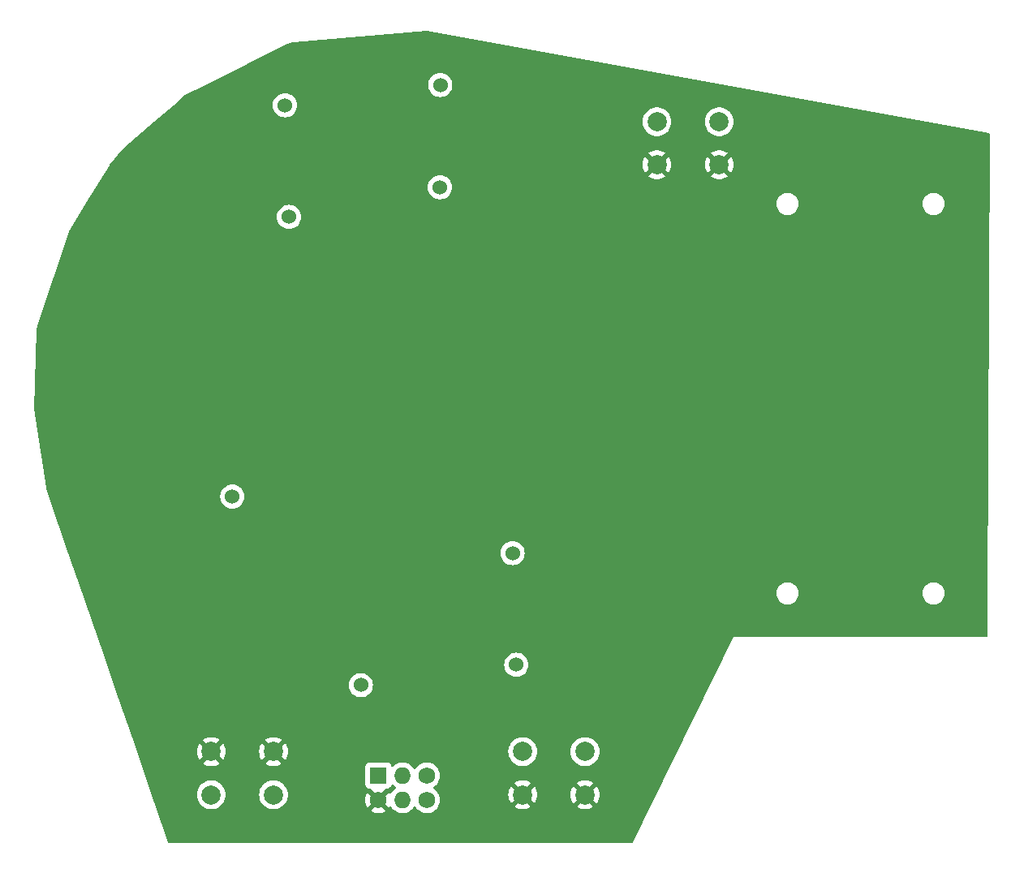
<source format=gbl>
%TF.GenerationSoftware,KiCad,Pcbnew,8.0.8*%
%TF.CreationDate,2025-03-20T22:04:05-04:00*%
%TF.ProjectId,EMP_Cyclone_SAO_v1,454d505f-4379-4636-9c6f-6e655f53414f,rev?*%
%TF.SameCoordinates,Original*%
%TF.FileFunction,Copper,L2,Bot*%
%TF.FilePolarity,Positive*%
%FSLAX46Y46*%
G04 Gerber Fmt 4.6, Leading zero omitted, Abs format (unit mm)*
G04 Created by KiCad (PCBNEW 8.0.8) date 2025-03-20 22:04:05*
%MOMM*%
%LPD*%
G01*
G04 APERTURE LIST*
%TA.AperFunction,ComponentPad*%
%ADD10R,1.727200X1.727200*%
%TD*%
%TA.AperFunction,ComponentPad*%
%ADD11C,1.727200*%
%TD*%
%TA.AperFunction,ComponentPad*%
%ADD12O,1.727200X1.727200*%
%TD*%
%TA.AperFunction,ComponentPad*%
%ADD13C,1.524000*%
%TD*%
%TA.AperFunction,ComponentPad*%
%ADD14C,2.000000*%
%TD*%
G04 APERTURE END LIST*
D10*
%TO.P,REF\u002A\u002A,1*%
%TO.N,N/C*%
X97670000Y-140750000D03*
D11*
%TO.P,REF\u002A\u002A,2*%
%TO.N,GND*%
X97670000Y-143290000D03*
D12*
%TO.P,REF\u002A\u002A,3*%
%TO.N,N/C*%
X100210000Y-140750000D03*
%TO.P,REF\u002A\u002A,4*%
X100210000Y-143290000D03*
D11*
%TO.P,REF\u002A\u002A,5*%
X102750000Y-140750000D03*
%TO.P,REF\u002A\u002A,6*%
X102750000Y-143290000D03*
%TD*%
D13*
%TO.P,U1,4*%
%TO.N,N/C*%
X111684000Y-117526000D03*
%TO.P,U1,3*%
X82448600Y-111633200D03*
%TO.P,U1,2*%
X104114800Y-79349800D03*
%TO.P,U1,1*%
X88366800Y-82448600D03*
%TD*%
D14*
%TO.P,SW1,1,1*%
%TO.N,Net-(A1-D2)*%
X126750000Y-72500000D03*
X133250000Y-72500000D03*
%TO.P,SW1,2,2*%
%TO.N,GND*%
X126750000Y-77000000D03*
X133250000Y-77000000D03*
%TD*%
D13*
%TO.P,U2,1*%
%TO.N,N/C*%
X104140200Y-68681800D03*
%TO.P,U2,2*%
X87935000Y-70790000D03*
%TO.P,U2,3*%
X95859800Y-131318200D03*
%TO.P,U2,4*%
X112090400Y-129184600D03*
%TD*%
D14*
%TO.P,SW3,1,1*%
%TO.N,Net-(A1-D10)*%
X86750000Y-142750000D03*
X80250000Y-142750000D03*
%TO.P,SW3,2,2*%
%TO.N,GND*%
X86750000Y-138250000D03*
X80250000Y-138250000D03*
%TD*%
%TO.P,SW2,1,1*%
%TO.N,Net-(A1-D9)*%
X112750000Y-138250000D03*
X119250000Y-138250000D03*
%TO.P,SW2,2,2*%
%TO.N,GND*%
X112750000Y-142750000D03*
X119250000Y-142750000D03*
%TD*%
%TA.AperFunction,Conductor*%
%TO.N,GND*%
G36*
X99196762Y-141673109D02*
G01*
X99228564Y-141697957D01*
X99282954Y-141757040D01*
X99461351Y-141895893D01*
X99489165Y-141910945D01*
X99538755Y-141960165D01*
X99553863Y-142028382D01*
X99529692Y-142093937D01*
X99489165Y-142129055D01*
X99461352Y-142144106D01*
X99282955Y-142282959D01*
X99282950Y-142282963D01*
X99129850Y-142449272D01*
X99129842Y-142449283D01*
X99043509Y-142581425D01*
X98990363Y-142626782D01*
X98921131Y-142636205D01*
X98857796Y-142606702D01*
X98835893Y-142581425D01*
X98794888Y-142518663D01*
X98794887Y-142518663D01*
X98159494Y-143154056D01*
X98143381Y-143093919D01*
X98076502Y-142978080D01*
X97981920Y-142883498D01*
X97866081Y-142816619D01*
X97805940Y-142800504D01*
X98456028Y-142150418D01*
X98517351Y-142116933D01*
X98543708Y-142114099D01*
X98581472Y-142114099D01*
X98641083Y-142107691D01*
X98775931Y-142057396D01*
X98891146Y-141971146D01*
X98977396Y-141855931D01*
X99014280Y-141757040D01*
X99021154Y-141738610D01*
X99063025Y-141682676D01*
X99128489Y-141658258D01*
X99196762Y-141673109D01*
G37*
%TD.AperFunction*%
%TA.AperFunction,Conductor*%
G36*
X102766471Y-63003013D02*
G01*
X161397822Y-73731303D01*
X161460220Y-73762732D01*
X161495724Y-73822909D01*
X161499500Y-73853277D01*
X161499500Y-73854620D01*
X161499499Y-73855210D01*
X161266046Y-122880500D01*
X161250588Y-126126590D01*
X161230584Y-126193535D01*
X161177563Y-126239038D01*
X161126589Y-126250000D01*
X134749999Y-126250000D01*
X124284227Y-147679916D01*
X124237120Y-147731517D01*
X124172805Y-147749500D01*
X75838254Y-147749500D01*
X75771215Y-147729815D01*
X75725460Y-147677011D01*
X75721019Y-147665898D01*
X74290715Y-143515213D01*
X74027025Y-142749994D01*
X78744357Y-142749994D01*
X78744357Y-142750005D01*
X78764890Y-142997812D01*
X78764892Y-142997824D01*
X78825936Y-143238881D01*
X78925826Y-143466606D01*
X79061833Y-143674782D01*
X79061836Y-143674785D01*
X79230256Y-143857738D01*
X79426491Y-144010474D01*
X79426493Y-144010475D01*
X79644332Y-144128364D01*
X79645190Y-144128828D01*
X79864141Y-144203994D01*
X79878964Y-144209083D01*
X79880386Y-144209571D01*
X80125665Y-144250500D01*
X80374335Y-144250500D01*
X80619614Y-144209571D01*
X80854810Y-144128828D01*
X81073509Y-144010474D01*
X81269744Y-143857738D01*
X81438164Y-143674785D01*
X81574173Y-143466607D01*
X81674063Y-143238881D01*
X81735108Y-142997821D01*
X81744581Y-142883498D01*
X81755643Y-142750005D01*
X81755643Y-142749994D01*
X85244357Y-142749994D01*
X85244357Y-142750005D01*
X85264890Y-142997812D01*
X85264892Y-142997824D01*
X85325936Y-143238881D01*
X85425826Y-143466606D01*
X85561833Y-143674782D01*
X85561836Y-143674785D01*
X85730256Y-143857738D01*
X85926491Y-144010474D01*
X85926493Y-144010475D01*
X86144332Y-144128364D01*
X86145190Y-144128828D01*
X86364141Y-144203994D01*
X86378964Y-144209083D01*
X86380386Y-144209571D01*
X86625665Y-144250500D01*
X86874335Y-144250500D01*
X87119614Y-144209571D01*
X87354810Y-144128828D01*
X87573509Y-144010474D01*
X87769744Y-143857738D01*
X87938164Y-143674785D01*
X88074173Y-143466607D01*
X88151643Y-143289993D01*
X96301727Y-143289993D01*
X96301727Y-143290006D01*
X96320386Y-143515202D01*
X96320388Y-143515213D01*
X96375863Y-143734278D01*
X96466638Y-143941222D01*
X96545111Y-144061335D01*
X97180504Y-143425941D01*
X97196619Y-143486081D01*
X97263498Y-143601920D01*
X97358080Y-143696502D01*
X97473919Y-143763381D01*
X97534057Y-143779494D01*
X96897139Y-144416412D01*
X96921628Y-144435472D01*
X97120369Y-144543027D01*
X97120375Y-144543029D01*
X97334106Y-144616403D01*
X97557010Y-144653600D01*
X97782990Y-144653600D01*
X98005893Y-144616403D01*
X98219624Y-144543029D01*
X98219639Y-144543022D01*
X98418367Y-144435475D01*
X98418377Y-144435468D01*
X98442859Y-144416413D01*
X98442860Y-144416412D01*
X97805942Y-143779495D01*
X97866081Y-143763381D01*
X97981920Y-143696502D01*
X98076502Y-143601920D01*
X98143381Y-143486081D01*
X98159495Y-143425942D01*
X98794886Y-144061334D01*
X98835891Y-143998573D01*
X98889038Y-143953217D01*
X98958269Y-143943793D01*
X99021605Y-143973295D01*
X99043508Y-143998573D01*
X99129842Y-144130716D01*
X99129850Y-144130727D01*
X99282950Y-144297036D01*
X99282954Y-144297040D01*
X99461351Y-144435893D01*
X99660169Y-144543488D01*
X99660172Y-144543489D01*
X99873982Y-144616890D01*
X99873984Y-144616890D01*
X99873986Y-144616891D01*
X100096967Y-144654100D01*
X100096968Y-144654100D01*
X100323032Y-144654100D01*
X100323033Y-144654100D01*
X100546014Y-144616891D01*
X100759831Y-144543488D01*
X100958649Y-144435893D01*
X101137046Y-144297040D01*
X101290156Y-144130719D01*
X101376193Y-143999028D01*
X101429338Y-143953675D01*
X101498569Y-143944251D01*
X101561905Y-143973753D01*
X101583804Y-143999025D01*
X101669844Y-144130719D01*
X101669849Y-144130724D01*
X101669850Y-144130727D01*
X101822950Y-144297036D01*
X101822954Y-144297040D01*
X102001351Y-144435893D01*
X102200169Y-144543488D01*
X102200172Y-144543489D01*
X102413982Y-144616890D01*
X102413984Y-144616890D01*
X102413986Y-144616891D01*
X102636967Y-144654100D01*
X102636968Y-144654100D01*
X102863032Y-144654100D01*
X102863033Y-144654100D01*
X103086014Y-144616891D01*
X103299831Y-144543488D01*
X103498649Y-144435893D01*
X103677046Y-144297040D01*
X103830156Y-144130719D01*
X103953802Y-143941465D01*
X104044611Y-143734441D01*
X104100107Y-143515293D01*
X104107574Y-143425175D01*
X104118775Y-143290006D01*
X104118775Y-143289993D01*
X104103326Y-143103554D01*
X104100107Y-143064707D01*
X104044611Y-142845559D01*
X104002692Y-142749994D01*
X111244859Y-142749994D01*
X111244859Y-142750005D01*
X111265385Y-142997729D01*
X111265387Y-142997738D01*
X111326412Y-143238717D01*
X111426267Y-143466367D01*
X111526562Y-143619881D01*
X112226212Y-142920233D01*
X112237482Y-142962292D01*
X112309890Y-143087708D01*
X112412292Y-143190110D01*
X112537708Y-143262518D01*
X112579766Y-143273787D01*
X111879943Y-143973609D01*
X111926768Y-144010055D01*
X111926771Y-144010057D01*
X112145385Y-144128364D01*
X112145396Y-144128369D01*
X112380506Y-144209083D01*
X112625707Y-144250000D01*
X112874293Y-144250000D01*
X113119493Y-144209083D01*
X113354603Y-144128369D01*
X113354614Y-144128364D01*
X113573230Y-144010056D01*
X113573236Y-144010051D01*
X113620055Y-143973610D01*
X113620056Y-143973609D01*
X112920233Y-143273787D01*
X112962292Y-143262518D01*
X113087708Y-143190110D01*
X113190110Y-143087708D01*
X113262518Y-142962292D01*
X113273787Y-142920234D01*
X113973435Y-143619882D01*
X114073733Y-143466364D01*
X114173587Y-143238717D01*
X114234612Y-142997738D01*
X114234614Y-142997729D01*
X114255141Y-142750005D01*
X114255141Y-142749994D01*
X117744859Y-142749994D01*
X117744859Y-142750005D01*
X117765385Y-142997729D01*
X117765387Y-142997738D01*
X117826412Y-143238717D01*
X117926267Y-143466367D01*
X118026562Y-143619881D01*
X118726212Y-142920233D01*
X118737482Y-142962292D01*
X118809890Y-143087708D01*
X118912292Y-143190110D01*
X119037708Y-143262518D01*
X119079766Y-143273787D01*
X118379943Y-143973609D01*
X118426768Y-144010055D01*
X118426771Y-144010057D01*
X118645385Y-144128364D01*
X118645396Y-144128369D01*
X118880506Y-144209083D01*
X119125707Y-144250000D01*
X119374293Y-144250000D01*
X119619493Y-144209083D01*
X119854603Y-144128369D01*
X119854614Y-144128364D01*
X120073230Y-144010056D01*
X120073236Y-144010051D01*
X120120055Y-143973610D01*
X120120056Y-143973609D01*
X119420233Y-143273787D01*
X119462292Y-143262518D01*
X119587708Y-143190110D01*
X119690110Y-143087708D01*
X119762518Y-142962292D01*
X119773787Y-142920234D01*
X120473435Y-143619882D01*
X120573733Y-143466364D01*
X120673587Y-143238717D01*
X120734612Y-142997738D01*
X120734614Y-142997729D01*
X120755141Y-142750005D01*
X120755141Y-142749994D01*
X120734614Y-142502270D01*
X120734612Y-142502261D01*
X120673587Y-142261282D01*
X120573732Y-142033632D01*
X120473435Y-141880116D01*
X119773787Y-142579765D01*
X119762518Y-142537708D01*
X119690110Y-142412292D01*
X119587708Y-142309890D01*
X119462292Y-142237482D01*
X119420233Y-142226212D01*
X120120055Y-141526389D01*
X120120055Y-141526388D01*
X120073236Y-141489947D01*
X120073231Y-141489944D01*
X119854614Y-141371635D01*
X119854603Y-141371630D01*
X119619493Y-141290916D01*
X119374293Y-141250000D01*
X119125707Y-141250000D01*
X118880506Y-141290916D01*
X118645396Y-141371630D01*
X118645385Y-141371635D01*
X118426770Y-141489943D01*
X118379943Y-141526389D01*
X119079766Y-142226212D01*
X119037708Y-142237482D01*
X118912292Y-142309890D01*
X118809890Y-142412292D01*
X118737482Y-142537708D01*
X118726212Y-142579766D01*
X118026563Y-141880117D01*
X117926267Y-142033633D01*
X117926265Y-142033637D01*
X117826412Y-142261282D01*
X117765387Y-142502261D01*
X117765385Y-142502270D01*
X117744859Y-142749994D01*
X114255141Y-142749994D01*
X114234614Y-142502270D01*
X114234612Y-142502261D01*
X114173587Y-142261282D01*
X114073732Y-142033632D01*
X113973435Y-141880116D01*
X113273787Y-142579765D01*
X113262518Y-142537708D01*
X113190110Y-142412292D01*
X113087708Y-142309890D01*
X112962292Y-142237482D01*
X112920233Y-142226212D01*
X113620055Y-141526389D01*
X113620055Y-141526388D01*
X113573236Y-141489947D01*
X113573231Y-141489944D01*
X113354614Y-141371635D01*
X113354603Y-141371630D01*
X113119493Y-141290916D01*
X112874293Y-141250000D01*
X112625707Y-141250000D01*
X112380506Y-141290916D01*
X112145396Y-141371630D01*
X112145385Y-141371635D01*
X111926770Y-141489943D01*
X111879943Y-141526389D01*
X112579766Y-142226212D01*
X112537708Y-142237482D01*
X112412292Y-142309890D01*
X112309890Y-142412292D01*
X112237482Y-142537708D01*
X112226212Y-142579766D01*
X111526563Y-141880117D01*
X111426267Y-142033633D01*
X111426265Y-142033637D01*
X111326412Y-142261282D01*
X111265387Y-142502261D01*
X111265385Y-142502270D01*
X111244859Y-142749994D01*
X104002692Y-142749994D01*
X103953802Y-142638535D01*
X103946123Y-142626782D01*
X103864775Y-142502270D01*
X103830156Y-142449281D01*
X103830153Y-142449278D01*
X103830149Y-142449272D01*
X103677049Y-142282963D01*
X103677048Y-142282962D01*
X103677046Y-142282960D01*
X103498649Y-142144107D01*
X103498647Y-142144106D01*
X103498646Y-142144105D01*
X103498639Y-142144100D01*
X103470836Y-142129055D01*
X103421244Y-142079837D01*
X103406135Y-142011620D01*
X103430306Y-141946064D01*
X103470836Y-141910945D01*
X103498639Y-141895899D01*
X103498642Y-141895896D01*
X103498649Y-141895893D01*
X103677046Y-141757040D01*
X103830156Y-141590719D01*
X103953802Y-141401465D01*
X104044611Y-141194441D01*
X104100107Y-140975293D01*
X104118775Y-140750000D01*
X104118775Y-140749993D01*
X104100107Y-140524710D01*
X104100107Y-140524707D01*
X104044611Y-140305559D01*
X103953802Y-140098535D01*
X103830156Y-139909281D01*
X103830153Y-139909278D01*
X103830149Y-139909272D01*
X103677049Y-139742963D01*
X103677048Y-139742962D01*
X103677046Y-139742960D01*
X103498649Y-139604107D01*
X103359594Y-139528854D01*
X103299832Y-139496512D01*
X103299827Y-139496510D01*
X103086017Y-139423109D01*
X102901434Y-139392308D01*
X102863033Y-139385900D01*
X102636967Y-139385900D01*
X102598566Y-139392308D01*
X102413982Y-139423109D01*
X102200172Y-139496510D01*
X102200167Y-139496512D01*
X102001352Y-139604106D01*
X101822955Y-139742959D01*
X101822950Y-139742963D01*
X101669850Y-139909272D01*
X101669842Y-139909283D01*
X101583808Y-140040968D01*
X101530662Y-140086325D01*
X101461430Y-140095748D01*
X101398095Y-140066246D01*
X101376192Y-140040968D01*
X101290157Y-139909283D01*
X101290149Y-139909272D01*
X101137049Y-139742963D01*
X101137048Y-139742962D01*
X101137046Y-139742960D01*
X100958649Y-139604107D01*
X100819594Y-139528854D01*
X100759832Y-139496512D01*
X100759827Y-139496510D01*
X100546017Y-139423109D01*
X100361434Y-139392308D01*
X100323033Y-139385900D01*
X100096967Y-139385900D01*
X100058566Y-139392308D01*
X99873982Y-139423109D01*
X99660172Y-139496510D01*
X99660167Y-139496512D01*
X99461352Y-139604106D01*
X99282955Y-139742958D01*
X99228565Y-139802041D01*
X99168677Y-139838031D01*
X99098839Y-139835930D01*
X99041223Y-139796405D01*
X99021154Y-139761390D01*
X98977397Y-139644071D01*
X98977393Y-139644064D01*
X98891147Y-139528855D01*
X98891144Y-139528852D01*
X98775935Y-139442606D01*
X98775928Y-139442602D01*
X98641082Y-139392308D01*
X98641083Y-139392308D01*
X98581483Y-139385901D01*
X98581481Y-139385900D01*
X98581473Y-139385900D01*
X98581464Y-139385900D01*
X96758529Y-139385900D01*
X96758523Y-139385901D01*
X96698916Y-139392308D01*
X96564071Y-139442602D01*
X96564064Y-139442606D01*
X96448855Y-139528852D01*
X96448852Y-139528855D01*
X96362606Y-139644064D01*
X96362602Y-139644071D01*
X96312308Y-139778917D01*
X96305901Y-139838516D01*
X96305900Y-139838535D01*
X96305900Y-141661470D01*
X96305901Y-141661476D01*
X96312308Y-141721083D01*
X96362602Y-141855928D01*
X96362606Y-141855935D01*
X96448852Y-141971144D01*
X96448855Y-141971147D01*
X96564064Y-142057393D01*
X96564071Y-142057397D01*
X96609018Y-142074161D01*
X96698917Y-142107691D01*
X96758527Y-142114100D01*
X96796289Y-142114099D01*
X96863326Y-142133782D01*
X96883970Y-142150418D01*
X97534057Y-142800504D01*
X97473919Y-142816619D01*
X97358080Y-142883498D01*
X97263498Y-142978080D01*
X97196619Y-143093919D01*
X97180504Y-143154057D01*
X96545111Y-142518663D01*
X96466639Y-142638774D01*
X96375863Y-142845721D01*
X96320388Y-143064786D01*
X96320386Y-143064797D01*
X96301727Y-143289993D01*
X88151643Y-143289993D01*
X88174063Y-143238881D01*
X88235108Y-142997821D01*
X88244581Y-142883498D01*
X88255643Y-142750005D01*
X88255643Y-142749994D01*
X88235109Y-142502187D01*
X88235107Y-142502175D01*
X88174063Y-142261118D01*
X88074173Y-142033393D01*
X87938166Y-141825217D01*
X87875405Y-141757041D01*
X87769744Y-141642262D01*
X87573509Y-141489526D01*
X87573507Y-141489525D01*
X87573506Y-141489524D01*
X87354811Y-141371172D01*
X87354802Y-141371169D01*
X87119616Y-141290429D01*
X86874335Y-141249500D01*
X86625665Y-141249500D01*
X86380383Y-141290429D01*
X86145197Y-141371169D01*
X86145188Y-141371172D01*
X85926493Y-141489524D01*
X85730257Y-141642261D01*
X85561833Y-141825217D01*
X85425826Y-142033393D01*
X85325936Y-142261118D01*
X85264892Y-142502175D01*
X85264890Y-142502187D01*
X85244357Y-142749994D01*
X81755643Y-142749994D01*
X81735109Y-142502187D01*
X81735107Y-142502175D01*
X81674063Y-142261118D01*
X81574173Y-142033393D01*
X81438166Y-141825217D01*
X81375405Y-141757041D01*
X81269744Y-141642262D01*
X81073509Y-141489526D01*
X81073507Y-141489525D01*
X81073506Y-141489524D01*
X80854811Y-141371172D01*
X80854802Y-141371169D01*
X80619616Y-141290429D01*
X80374335Y-141249500D01*
X80125665Y-141249500D01*
X79880383Y-141290429D01*
X79645197Y-141371169D01*
X79645188Y-141371172D01*
X79426493Y-141489524D01*
X79230257Y-141642261D01*
X79061833Y-141825217D01*
X78925826Y-142033393D01*
X78825936Y-142261118D01*
X78764892Y-142502175D01*
X78764890Y-142502187D01*
X78744357Y-142749994D01*
X74027025Y-142749994D01*
X72476349Y-138249994D01*
X78744859Y-138249994D01*
X78744859Y-138250005D01*
X78765385Y-138497729D01*
X78765387Y-138497738D01*
X78826412Y-138738717D01*
X78926267Y-138966367D01*
X79026562Y-139119881D01*
X79726212Y-138420233D01*
X79737482Y-138462292D01*
X79809890Y-138587708D01*
X79912292Y-138690110D01*
X80037708Y-138762518D01*
X80079766Y-138773787D01*
X79379943Y-139473609D01*
X79426768Y-139510055D01*
X79426771Y-139510057D01*
X79645385Y-139628364D01*
X79645396Y-139628369D01*
X79880506Y-139709083D01*
X80125707Y-139750000D01*
X80374293Y-139750000D01*
X80619493Y-139709083D01*
X80854603Y-139628369D01*
X80854614Y-139628364D01*
X81073230Y-139510056D01*
X81073236Y-139510051D01*
X81120055Y-139473610D01*
X81120056Y-139473609D01*
X80420233Y-138773787D01*
X80462292Y-138762518D01*
X80587708Y-138690110D01*
X80690110Y-138587708D01*
X80762518Y-138462292D01*
X80773787Y-138420234D01*
X81473435Y-139119882D01*
X81573733Y-138966364D01*
X81673587Y-138738717D01*
X81734612Y-138497738D01*
X81734614Y-138497729D01*
X81755141Y-138250005D01*
X81755141Y-138249994D01*
X85244859Y-138249994D01*
X85244859Y-138250005D01*
X85265385Y-138497729D01*
X85265387Y-138497738D01*
X85326412Y-138738717D01*
X85426267Y-138966367D01*
X85526562Y-139119881D01*
X86226212Y-138420233D01*
X86237482Y-138462292D01*
X86309890Y-138587708D01*
X86412292Y-138690110D01*
X86537708Y-138762518D01*
X86579766Y-138773787D01*
X85879943Y-139473609D01*
X85926768Y-139510055D01*
X85926771Y-139510057D01*
X86145385Y-139628364D01*
X86145396Y-139628369D01*
X86380506Y-139709083D01*
X86625707Y-139750000D01*
X86874293Y-139750000D01*
X87119493Y-139709083D01*
X87354603Y-139628369D01*
X87354614Y-139628364D01*
X87573230Y-139510056D01*
X87573236Y-139510051D01*
X87620055Y-139473610D01*
X87620056Y-139473609D01*
X86920233Y-138773787D01*
X86962292Y-138762518D01*
X87087708Y-138690110D01*
X87190110Y-138587708D01*
X87262518Y-138462292D01*
X87273787Y-138420234D01*
X87973435Y-139119882D01*
X88073733Y-138966364D01*
X88173587Y-138738717D01*
X88234612Y-138497738D01*
X88234614Y-138497729D01*
X88255141Y-138250005D01*
X88255141Y-138249994D01*
X111244357Y-138249994D01*
X111244357Y-138250005D01*
X111264890Y-138497812D01*
X111264892Y-138497824D01*
X111325936Y-138738881D01*
X111425826Y-138966606D01*
X111561833Y-139174782D01*
X111561836Y-139174785D01*
X111730256Y-139357738D01*
X111926491Y-139510474D01*
X111926493Y-139510475D01*
X112144332Y-139628364D01*
X112145190Y-139628828D01*
X112364141Y-139703994D01*
X112378964Y-139709083D01*
X112380386Y-139709571D01*
X112625665Y-139750500D01*
X112874335Y-139750500D01*
X113119614Y-139709571D01*
X113354810Y-139628828D01*
X113573509Y-139510474D01*
X113769744Y-139357738D01*
X113938164Y-139174785D01*
X114074173Y-138966607D01*
X114174063Y-138738881D01*
X114235108Y-138497821D01*
X114255643Y-138250000D01*
X114255643Y-138249994D01*
X117744357Y-138249994D01*
X117744357Y-138250005D01*
X117764890Y-138497812D01*
X117764892Y-138497824D01*
X117825936Y-138738881D01*
X117925826Y-138966606D01*
X118061833Y-139174782D01*
X118061836Y-139174785D01*
X118230256Y-139357738D01*
X118426491Y-139510474D01*
X118426493Y-139510475D01*
X118644332Y-139628364D01*
X118645190Y-139628828D01*
X118864141Y-139703994D01*
X118878964Y-139709083D01*
X118880386Y-139709571D01*
X119125665Y-139750500D01*
X119374335Y-139750500D01*
X119619614Y-139709571D01*
X119854810Y-139628828D01*
X120073509Y-139510474D01*
X120269744Y-139357738D01*
X120438164Y-139174785D01*
X120574173Y-138966607D01*
X120674063Y-138738881D01*
X120735108Y-138497821D01*
X120755643Y-138250000D01*
X120735108Y-138002179D01*
X120735107Y-138002175D01*
X120674063Y-137761118D01*
X120574173Y-137533393D01*
X120438166Y-137325217D01*
X120416557Y-137301744D01*
X120269744Y-137142262D01*
X120073509Y-136989526D01*
X120073507Y-136989525D01*
X120073506Y-136989524D01*
X119854811Y-136871172D01*
X119854802Y-136871169D01*
X119619616Y-136790429D01*
X119374335Y-136749500D01*
X119125665Y-136749500D01*
X118880383Y-136790429D01*
X118645197Y-136871169D01*
X118645188Y-136871172D01*
X118426493Y-136989524D01*
X118230257Y-137142261D01*
X118061833Y-137325217D01*
X117925826Y-137533393D01*
X117825936Y-137761118D01*
X117764892Y-138002175D01*
X117764890Y-138002187D01*
X117744357Y-138249994D01*
X114255643Y-138249994D01*
X114235108Y-138002179D01*
X114235107Y-138002175D01*
X114174063Y-137761118D01*
X114074173Y-137533393D01*
X113938166Y-137325217D01*
X113916557Y-137301744D01*
X113769744Y-137142262D01*
X113573509Y-136989526D01*
X113573507Y-136989525D01*
X113573506Y-136989524D01*
X113354811Y-136871172D01*
X113354802Y-136871169D01*
X113119616Y-136790429D01*
X112874335Y-136749500D01*
X112625665Y-136749500D01*
X112380383Y-136790429D01*
X112145197Y-136871169D01*
X112145188Y-136871172D01*
X111926493Y-136989524D01*
X111730257Y-137142261D01*
X111561833Y-137325217D01*
X111425826Y-137533393D01*
X111325936Y-137761118D01*
X111264892Y-138002175D01*
X111264890Y-138002187D01*
X111244357Y-138249994D01*
X88255141Y-138249994D01*
X88234614Y-138002270D01*
X88234612Y-138002261D01*
X88173587Y-137761282D01*
X88073732Y-137533632D01*
X87973435Y-137380116D01*
X87273787Y-138079765D01*
X87262518Y-138037708D01*
X87190110Y-137912292D01*
X87087708Y-137809890D01*
X86962292Y-137737482D01*
X86920233Y-137726212D01*
X87620055Y-137026389D01*
X87620055Y-137026388D01*
X87573236Y-136989947D01*
X87573231Y-136989944D01*
X87354614Y-136871635D01*
X87354603Y-136871630D01*
X87119493Y-136790916D01*
X86874293Y-136750000D01*
X86625707Y-136750000D01*
X86380506Y-136790916D01*
X86145396Y-136871630D01*
X86145385Y-136871635D01*
X85926770Y-136989943D01*
X85879943Y-137026389D01*
X86579766Y-137726212D01*
X86537708Y-137737482D01*
X86412292Y-137809890D01*
X86309890Y-137912292D01*
X86237482Y-138037708D01*
X86226212Y-138079766D01*
X85526563Y-137380117D01*
X85426267Y-137533633D01*
X85426265Y-137533637D01*
X85326412Y-137761282D01*
X85265387Y-138002261D01*
X85265385Y-138002270D01*
X85244859Y-138249994D01*
X81755141Y-138249994D01*
X81734614Y-138002270D01*
X81734612Y-138002261D01*
X81673587Y-137761282D01*
X81573732Y-137533632D01*
X81473435Y-137380116D01*
X80773787Y-138079765D01*
X80762518Y-138037708D01*
X80690110Y-137912292D01*
X80587708Y-137809890D01*
X80462292Y-137737482D01*
X80420233Y-137726212D01*
X81120055Y-137026389D01*
X81120055Y-137026388D01*
X81073236Y-136989947D01*
X81073231Y-136989944D01*
X80854614Y-136871635D01*
X80854603Y-136871630D01*
X80619493Y-136790916D01*
X80374293Y-136750000D01*
X80125707Y-136750000D01*
X79880506Y-136790916D01*
X79645396Y-136871630D01*
X79645385Y-136871635D01*
X79426770Y-136989943D01*
X79379943Y-137026389D01*
X80079766Y-137726212D01*
X80037708Y-137737482D01*
X79912292Y-137809890D01*
X79809890Y-137912292D01*
X79737482Y-138037708D01*
X79726212Y-138079766D01*
X79026563Y-137380117D01*
X78926267Y-137533633D01*
X78926265Y-137533637D01*
X78826412Y-137761282D01*
X78765387Y-138002261D01*
X78765385Y-138002270D01*
X78744859Y-138249994D01*
X72476349Y-138249994D01*
X70087689Y-131318197D01*
X94592477Y-131318197D01*
X94592477Y-131318202D01*
X94611729Y-131538262D01*
X94611730Y-131538270D01*
X94668904Y-131751645D01*
X94668905Y-131751647D01*
X94668906Y-131751650D01*
X94762266Y-131951862D01*
X94762268Y-131951866D01*
X94888970Y-132132815D01*
X94888975Y-132132821D01*
X95045178Y-132289024D01*
X95045184Y-132289029D01*
X95226133Y-132415731D01*
X95226135Y-132415732D01*
X95226138Y-132415734D01*
X95426350Y-132509094D01*
X95639732Y-132566270D01*
X95796923Y-132580022D01*
X95859798Y-132585523D01*
X95859800Y-132585523D01*
X95859802Y-132585523D01*
X95914817Y-132580709D01*
X96079868Y-132566270D01*
X96293250Y-132509094D01*
X96493462Y-132415734D01*
X96674420Y-132289026D01*
X96830626Y-132132820D01*
X96957334Y-131951862D01*
X97050694Y-131751650D01*
X97107870Y-131538268D01*
X97127123Y-131318200D01*
X97107870Y-131098132D01*
X97050694Y-130884750D01*
X96957334Y-130684539D01*
X96830626Y-130503580D01*
X96674420Y-130347374D01*
X96674416Y-130347371D01*
X96674415Y-130347370D01*
X96493466Y-130220668D01*
X96493462Y-130220666D01*
X96493460Y-130220665D01*
X96293250Y-130127306D01*
X96293247Y-130127305D01*
X96293245Y-130127304D01*
X96079870Y-130070130D01*
X96079862Y-130070129D01*
X95859802Y-130050877D01*
X95859798Y-130050877D01*
X95639737Y-130070129D01*
X95639729Y-130070130D01*
X95426354Y-130127304D01*
X95426348Y-130127307D01*
X95226140Y-130220665D01*
X95226138Y-130220666D01*
X95045177Y-130347375D01*
X94888975Y-130503577D01*
X94762266Y-130684538D01*
X94762265Y-130684540D01*
X94668907Y-130884748D01*
X94668904Y-130884754D01*
X94611730Y-131098129D01*
X94611729Y-131098137D01*
X94592477Y-131318197D01*
X70087689Y-131318197D01*
X69352462Y-129184597D01*
X110823077Y-129184597D01*
X110823077Y-129184602D01*
X110842329Y-129404662D01*
X110842330Y-129404670D01*
X110899504Y-129618045D01*
X110899505Y-129618047D01*
X110899506Y-129618050D01*
X110992866Y-129818262D01*
X110992868Y-129818266D01*
X111119570Y-129999215D01*
X111119575Y-129999221D01*
X111275778Y-130155424D01*
X111275784Y-130155429D01*
X111456733Y-130282131D01*
X111456735Y-130282132D01*
X111456738Y-130282134D01*
X111656950Y-130375494D01*
X111870332Y-130432670D01*
X112027523Y-130446422D01*
X112090398Y-130451923D01*
X112090400Y-130451923D01*
X112090402Y-130451923D01*
X112145417Y-130447109D01*
X112310468Y-130432670D01*
X112523850Y-130375494D01*
X112724062Y-130282134D01*
X112905020Y-130155426D01*
X113061226Y-129999220D01*
X113187934Y-129818262D01*
X113281294Y-129618050D01*
X113338470Y-129404668D01*
X113357723Y-129184600D01*
X113338470Y-128964532D01*
X113281294Y-128751150D01*
X113187934Y-128550939D01*
X113061226Y-128369980D01*
X112905020Y-128213774D01*
X112905016Y-128213771D01*
X112905015Y-128213770D01*
X112724066Y-128087068D01*
X112724062Y-128087066D01*
X112724060Y-128087065D01*
X112523850Y-127993706D01*
X112523847Y-127993705D01*
X112523845Y-127993704D01*
X112310470Y-127936530D01*
X112310462Y-127936529D01*
X112090402Y-127917277D01*
X112090398Y-127917277D01*
X111870337Y-127936529D01*
X111870329Y-127936530D01*
X111656954Y-127993704D01*
X111656948Y-127993707D01*
X111456740Y-128087065D01*
X111456738Y-128087066D01*
X111275777Y-128213775D01*
X111119575Y-128369977D01*
X110992866Y-128550938D01*
X110992865Y-128550940D01*
X110899507Y-128751148D01*
X110899504Y-128751154D01*
X110842330Y-128964529D01*
X110842329Y-128964537D01*
X110823077Y-129184597D01*
X69352462Y-129184597D01*
X66752445Y-121639448D01*
X139229500Y-121639448D01*
X139229500Y-121820551D01*
X139257829Y-121999410D01*
X139313787Y-122171636D01*
X139313788Y-122171639D01*
X139396006Y-122332997D01*
X139502441Y-122479494D01*
X139502445Y-122479499D01*
X139630500Y-122607554D01*
X139630505Y-122607558D01*
X139758287Y-122700396D01*
X139777006Y-122713996D01*
X139882484Y-122767740D01*
X139938360Y-122796211D01*
X139938363Y-122796212D01*
X140024476Y-122824191D01*
X140110591Y-122852171D01*
X140193429Y-122865291D01*
X140289449Y-122880500D01*
X140289454Y-122880500D01*
X140470551Y-122880500D01*
X140557259Y-122866765D01*
X140649409Y-122852171D01*
X140821639Y-122796211D01*
X140982994Y-122713996D01*
X141129501Y-122607553D01*
X141257553Y-122479501D01*
X141363996Y-122332994D01*
X141446211Y-122171639D01*
X141502171Y-121999409D01*
X141516765Y-121907259D01*
X141530500Y-121820551D01*
X141530500Y-121639448D01*
X154469500Y-121639448D01*
X154469500Y-121820551D01*
X154497829Y-121999410D01*
X154553787Y-122171636D01*
X154553788Y-122171639D01*
X154636006Y-122332997D01*
X154742441Y-122479494D01*
X154742445Y-122479499D01*
X154870500Y-122607554D01*
X154870505Y-122607558D01*
X154998287Y-122700396D01*
X155017006Y-122713996D01*
X155122484Y-122767740D01*
X155178360Y-122796211D01*
X155178363Y-122796212D01*
X155264476Y-122824191D01*
X155350591Y-122852171D01*
X155433429Y-122865291D01*
X155529449Y-122880500D01*
X155529454Y-122880500D01*
X155710551Y-122880500D01*
X155797259Y-122866765D01*
X155889409Y-122852171D01*
X156061639Y-122796211D01*
X156222994Y-122713996D01*
X156369501Y-122607553D01*
X156497553Y-122479501D01*
X156603996Y-122332994D01*
X156686211Y-122171639D01*
X156742171Y-121999409D01*
X156756765Y-121907259D01*
X156770500Y-121820551D01*
X156770500Y-121639448D01*
X156754019Y-121535397D01*
X156742171Y-121460591D01*
X156686211Y-121288361D01*
X156686211Y-121288360D01*
X156657740Y-121232484D01*
X156603996Y-121127006D01*
X156590396Y-121108287D01*
X156497558Y-120980505D01*
X156497554Y-120980500D01*
X156369499Y-120852445D01*
X156369494Y-120852441D01*
X156222997Y-120746006D01*
X156222996Y-120746005D01*
X156222994Y-120746004D01*
X156171300Y-120719664D01*
X156061639Y-120663788D01*
X156061636Y-120663787D01*
X155889410Y-120607829D01*
X155710551Y-120579500D01*
X155710546Y-120579500D01*
X155529454Y-120579500D01*
X155529449Y-120579500D01*
X155350589Y-120607829D01*
X155178363Y-120663787D01*
X155178360Y-120663788D01*
X155017002Y-120746006D01*
X154870505Y-120852441D01*
X154870500Y-120852445D01*
X154742445Y-120980500D01*
X154742441Y-120980505D01*
X154636006Y-121127002D01*
X154553788Y-121288360D01*
X154553787Y-121288363D01*
X154497829Y-121460589D01*
X154469500Y-121639448D01*
X141530500Y-121639448D01*
X141514019Y-121535397D01*
X141502171Y-121460591D01*
X141446211Y-121288361D01*
X141446211Y-121288360D01*
X141417740Y-121232484D01*
X141363996Y-121127006D01*
X141350396Y-121108287D01*
X141257558Y-120980505D01*
X141257554Y-120980500D01*
X141129499Y-120852445D01*
X141129494Y-120852441D01*
X140982997Y-120746006D01*
X140982996Y-120746005D01*
X140982994Y-120746004D01*
X140931300Y-120719664D01*
X140821639Y-120663788D01*
X140821636Y-120663787D01*
X140649410Y-120607829D01*
X140470551Y-120579500D01*
X140470546Y-120579500D01*
X140289454Y-120579500D01*
X140289449Y-120579500D01*
X140110589Y-120607829D01*
X139938363Y-120663787D01*
X139938360Y-120663788D01*
X139777002Y-120746006D01*
X139630505Y-120852441D01*
X139630500Y-120852445D01*
X139502445Y-120980500D01*
X139502441Y-120980505D01*
X139396006Y-121127002D01*
X139313788Y-121288360D01*
X139313787Y-121288363D01*
X139257829Y-121460589D01*
X139229500Y-121639448D01*
X66752445Y-121639448D01*
X65334972Y-117525997D01*
X110416677Y-117525997D01*
X110416677Y-117526002D01*
X110435929Y-117746062D01*
X110435930Y-117746070D01*
X110493104Y-117959445D01*
X110493105Y-117959447D01*
X110493106Y-117959450D01*
X110586466Y-118159662D01*
X110586468Y-118159666D01*
X110713170Y-118340615D01*
X110713175Y-118340621D01*
X110869378Y-118496824D01*
X110869384Y-118496829D01*
X111050333Y-118623531D01*
X111050335Y-118623532D01*
X111050338Y-118623534D01*
X111250550Y-118716894D01*
X111463932Y-118774070D01*
X111621123Y-118787822D01*
X111683998Y-118793323D01*
X111684000Y-118793323D01*
X111684002Y-118793323D01*
X111739017Y-118788509D01*
X111904068Y-118774070D01*
X112117450Y-118716894D01*
X112317662Y-118623534D01*
X112498620Y-118496826D01*
X112654826Y-118340620D01*
X112781534Y-118159662D01*
X112874894Y-117959450D01*
X112932070Y-117746068D01*
X112951323Y-117526000D01*
X112932070Y-117305932D01*
X112874894Y-117092550D01*
X112781534Y-116892339D01*
X112654826Y-116711380D01*
X112498620Y-116555174D01*
X112498616Y-116555171D01*
X112498615Y-116555170D01*
X112317666Y-116428468D01*
X112317662Y-116428466D01*
X112317660Y-116428465D01*
X112117450Y-116335106D01*
X112117447Y-116335105D01*
X112117445Y-116335104D01*
X111904070Y-116277930D01*
X111904062Y-116277929D01*
X111684002Y-116258677D01*
X111683998Y-116258677D01*
X111463937Y-116277929D01*
X111463929Y-116277930D01*
X111250554Y-116335104D01*
X111250548Y-116335107D01*
X111050340Y-116428465D01*
X111050338Y-116428466D01*
X110869377Y-116555175D01*
X110713175Y-116711377D01*
X110586466Y-116892338D01*
X110586465Y-116892340D01*
X110493107Y-117092548D01*
X110493104Y-117092554D01*
X110435930Y-117305929D01*
X110435929Y-117305937D01*
X110416677Y-117525997D01*
X65334972Y-117525997D01*
X63304345Y-111633197D01*
X81181277Y-111633197D01*
X81181277Y-111633202D01*
X81200529Y-111853262D01*
X81200530Y-111853270D01*
X81257704Y-112066645D01*
X81257705Y-112066647D01*
X81257706Y-112066650D01*
X81351066Y-112266862D01*
X81351068Y-112266866D01*
X81477770Y-112447815D01*
X81477775Y-112447821D01*
X81633978Y-112604024D01*
X81633984Y-112604029D01*
X81814933Y-112730731D01*
X81814935Y-112730732D01*
X81814938Y-112730734D01*
X82015150Y-112824094D01*
X82228532Y-112881270D01*
X82385723Y-112895022D01*
X82448598Y-112900523D01*
X82448600Y-112900523D01*
X82448602Y-112900523D01*
X82503617Y-112895709D01*
X82668668Y-112881270D01*
X82882050Y-112824094D01*
X83082262Y-112730734D01*
X83263220Y-112604026D01*
X83419426Y-112447820D01*
X83546134Y-112266862D01*
X83639494Y-112066650D01*
X83696670Y-111853268D01*
X83715923Y-111633200D01*
X83696670Y-111413132D01*
X83639494Y-111199750D01*
X83546134Y-110999539D01*
X83419426Y-110818580D01*
X83263220Y-110662374D01*
X83263216Y-110662371D01*
X83263215Y-110662370D01*
X83082266Y-110535668D01*
X83082262Y-110535666D01*
X83006721Y-110500441D01*
X82882050Y-110442306D01*
X82882047Y-110442305D01*
X82882045Y-110442304D01*
X82668670Y-110385130D01*
X82668662Y-110385129D01*
X82448602Y-110365877D01*
X82448598Y-110365877D01*
X82228537Y-110385129D01*
X82228529Y-110385130D01*
X82015154Y-110442304D01*
X82015148Y-110442307D01*
X81814940Y-110535665D01*
X81814938Y-110535666D01*
X81633977Y-110662375D01*
X81477775Y-110818577D01*
X81351066Y-110999538D01*
X81351065Y-110999540D01*
X81257707Y-111199748D01*
X81257704Y-111199754D01*
X81200530Y-111413129D01*
X81200529Y-111413137D01*
X81181277Y-111633197D01*
X63304345Y-111633197D01*
X63003673Y-110760658D01*
X62998311Y-110738853D01*
X61751672Y-102511039D01*
X61750328Y-102488832D01*
X61992550Y-94253266D01*
X61994100Y-94237041D01*
X62060591Y-93827940D01*
X62065627Y-93807805D01*
X65495557Y-83763009D01*
X65507181Y-83738283D01*
X65532686Y-83696670D01*
X66297634Y-82448597D01*
X87099477Y-82448597D01*
X87099477Y-82448602D01*
X87118729Y-82668662D01*
X87118730Y-82668670D01*
X87175904Y-82882045D01*
X87175905Y-82882047D01*
X87175906Y-82882050D01*
X87269266Y-83082262D01*
X87269268Y-83082266D01*
X87395970Y-83263215D01*
X87395975Y-83263221D01*
X87552178Y-83419424D01*
X87552184Y-83419429D01*
X87733133Y-83546131D01*
X87733135Y-83546132D01*
X87733138Y-83546134D01*
X87933350Y-83639494D01*
X88146732Y-83696670D01*
X88303923Y-83710422D01*
X88366798Y-83715923D01*
X88366800Y-83715923D01*
X88366802Y-83715923D01*
X88421817Y-83711109D01*
X88586868Y-83696670D01*
X88800250Y-83639494D01*
X89000462Y-83546134D01*
X89181420Y-83419426D01*
X89337626Y-83263220D01*
X89464334Y-83082262D01*
X89557694Y-82882050D01*
X89614870Y-82668668D01*
X89634123Y-82448600D01*
X89614870Y-82228532D01*
X89557694Y-82015150D01*
X89464334Y-81814939D01*
X89337626Y-81633980D01*
X89181420Y-81477774D01*
X89181416Y-81477771D01*
X89181415Y-81477770D01*
X89000466Y-81351068D01*
X89000462Y-81351066D01*
X89000460Y-81351065D01*
X88800250Y-81257706D01*
X88800247Y-81257705D01*
X88800245Y-81257704D01*
X88586870Y-81200530D01*
X88586862Y-81200529D01*
X88366802Y-81181277D01*
X88366798Y-81181277D01*
X88146737Y-81200529D01*
X88146729Y-81200530D01*
X87933354Y-81257704D01*
X87933348Y-81257707D01*
X87733140Y-81351065D01*
X87733138Y-81351066D01*
X87552177Y-81477775D01*
X87395975Y-81633977D01*
X87269266Y-81814938D01*
X87269265Y-81814940D01*
X87175907Y-82015148D01*
X87175904Y-82015154D01*
X87118730Y-82228529D01*
X87118729Y-82228537D01*
X87099477Y-82448597D01*
X66297634Y-82448597D01*
X67185822Y-80999448D01*
X139229500Y-80999448D01*
X139229500Y-81180551D01*
X139257829Y-81359410D01*
X139313787Y-81531636D01*
X139313788Y-81531639D01*
X139396006Y-81692997D01*
X139502441Y-81839494D01*
X139502445Y-81839499D01*
X139630500Y-81967554D01*
X139630505Y-81967558D01*
X139758287Y-82060396D01*
X139777006Y-82073996D01*
X139882484Y-82127740D01*
X139938360Y-82156211D01*
X139938363Y-82156212D01*
X140024476Y-82184191D01*
X140110591Y-82212171D01*
X140193429Y-82225291D01*
X140289449Y-82240500D01*
X140289454Y-82240500D01*
X140470551Y-82240500D01*
X140557259Y-82226765D01*
X140649409Y-82212171D01*
X140821639Y-82156211D01*
X140982994Y-82073996D01*
X141129501Y-81967553D01*
X141257553Y-81839501D01*
X141363996Y-81692994D01*
X141446211Y-81531639D01*
X141502171Y-81359409D01*
X141518279Y-81257706D01*
X141530500Y-81180551D01*
X141530500Y-80999448D01*
X154469500Y-80999448D01*
X154469500Y-81180551D01*
X154497829Y-81359410D01*
X154553787Y-81531636D01*
X154553788Y-81531639D01*
X154636006Y-81692997D01*
X154742441Y-81839494D01*
X154742445Y-81839499D01*
X154870500Y-81967554D01*
X154870505Y-81967558D01*
X154998287Y-82060396D01*
X155017006Y-82073996D01*
X155122484Y-82127740D01*
X155178360Y-82156211D01*
X155178363Y-82156212D01*
X155264476Y-82184191D01*
X155350591Y-82212171D01*
X155433429Y-82225291D01*
X155529449Y-82240500D01*
X155529454Y-82240500D01*
X155710551Y-82240500D01*
X155797259Y-82226765D01*
X155889409Y-82212171D01*
X156061639Y-82156211D01*
X156222994Y-82073996D01*
X156369501Y-81967553D01*
X156497553Y-81839501D01*
X156603996Y-81692994D01*
X156686211Y-81531639D01*
X156742171Y-81359409D01*
X156758279Y-81257706D01*
X156770500Y-81180551D01*
X156770500Y-80999448D01*
X156754019Y-80895397D01*
X156742171Y-80820591D01*
X156686211Y-80648361D01*
X156686211Y-80648360D01*
X156631352Y-80540695D01*
X156603996Y-80487006D01*
X156575171Y-80447331D01*
X156497558Y-80340505D01*
X156497554Y-80340500D01*
X156369499Y-80212445D01*
X156369494Y-80212441D01*
X156222997Y-80106006D01*
X156222996Y-80106005D01*
X156222994Y-80106004D01*
X156171300Y-80079664D01*
X156061639Y-80023788D01*
X156061636Y-80023787D01*
X155889410Y-79967829D01*
X155710551Y-79939500D01*
X155710546Y-79939500D01*
X155529454Y-79939500D01*
X155529449Y-79939500D01*
X155350589Y-79967829D01*
X155178363Y-80023787D01*
X155178360Y-80023788D01*
X155017002Y-80106006D01*
X154870505Y-80212441D01*
X154870500Y-80212445D01*
X154742445Y-80340500D01*
X154742441Y-80340505D01*
X154636006Y-80487002D01*
X154553788Y-80648360D01*
X154553787Y-80648363D01*
X154497829Y-80820589D01*
X154469500Y-80999448D01*
X141530500Y-80999448D01*
X141514019Y-80895397D01*
X141502171Y-80820591D01*
X141446211Y-80648361D01*
X141446211Y-80648360D01*
X141391352Y-80540695D01*
X141363996Y-80487006D01*
X141335171Y-80447331D01*
X141257558Y-80340505D01*
X141257554Y-80340500D01*
X141129499Y-80212445D01*
X141129494Y-80212441D01*
X140982997Y-80106006D01*
X140982996Y-80106005D01*
X140982994Y-80106004D01*
X140931300Y-80079664D01*
X140821639Y-80023788D01*
X140821636Y-80023787D01*
X140649410Y-79967829D01*
X140470551Y-79939500D01*
X140470546Y-79939500D01*
X140289454Y-79939500D01*
X140289449Y-79939500D01*
X140110589Y-79967829D01*
X139938363Y-80023787D01*
X139938360Y-80023788D01*
X139777002Y-80106006D01*
X139630505Y-80212441D01*
X139630500Y-80212445D01*
X139502445Y-80340500D01*
X139502441Y-80340505D01*
X139396006Y-80487002D01*
X139313788Y-80648360D01*
X139313787Y-80648363D01*
X139257829Y-80820589D01*
X139229500Y-80999448D01*
X67185822Y-80999448D01*
X68196898Y-79349797D01*
X102847477Y-79349797D01*
X102847477Y-79349802D01*
X102866729Y-79569862D01*
X102866730Y-79569870D01*
X102923904Y-79783245D01*
X102923905Y-79783247D01*
X102923906Y-79783250D01*
X102996766Y-79939500D01*
X103017266Y-79983462D01*
X103017268Y-79983466D01*
X103143970Y-80164415D01*
X103143975Y-80164421D01*
X103300178Y-80320624D01*
X103300184Y-80320629D01*
X103481133Y-80447331D01*
X103481135Y-80447332D01*
X103481138Y-80447334D01*
X103681350Y-80540694D01*
X103894732Y-80597870D01*
X104051923Y-80611622D01*
X104114798Y-80617123D01*
X104114800Y-80617123D01*
X104114802Y-80617123D01*
X104169817Y-80612309D01*
X104334868Y-80597870D01*
X104548250Y-80540694D01*
X104748462Y-80447334D01*
X104929420Y-80320626D01*
X105085626Y-80164420D01*
X105212334Y-79983462D01*
X105305694Y-79783250D01*
X105362870Y-79569868D01*
X105382123Y-79349800D01*
X105362870Y-79129732D01*
X105305694Y-78916350D01*
X105212334Y-78716139D01*
X105085626Y-78535180D01*
X104929420Y-78378974D01*
X104929416Y-78378971D01*
X104929415Y-78378970D01*
X104748466Y-78252268D01*
X104748462Y-78252266D01*
X104748460Y-78252265D01*
X104548250Y-78158906D01*
X104548247Y-78158905D01*
X104548245Y-78158904D01*
X104334870Y-78101730D01*
X104334862Y-78101729D01*
X104114802Y-78082477D01*
X104114798Y-78082477D01*
X103894737Y-78101729D01*
X103894729Y-78101730D01*
X103681354Y-78158904D01*
X103681348Y-78158907D01*
X103481140Y-78252265D01*
X103481138Y-78252266D01*
X103300177Y-78378975D01*
X103143975Y-78535177D01*
X103017266Y-78716138D01*
X103017265Y-78716140D01*
X102923907Y-78916348D01*
X102923904Y-78916354D01*
X102866730Y-79129729D01*
X102866729Y-79129737D01*
X102847477Y-79349797D01*
X68196898Y-79349797D01*
X69594249Y-77069908D01*
X69603124Y-77057273D01*
X69648950Y-76999994D01*
X125244859Y-76999994D01*
X125244859Y-77000005D01*
X125265385Y-77247729D01*
X125265387Y-77247738D01*
X125326412Y-77488717D01*
X125426267Y-77716367D01*
X125526562Y-77869881D01*
X126226212Y-77170233D01*
X126237482Y-77212292D01*
X126309890Y-77337708D01*
X126412292Y-77440110D01*
X126537708Y-77512518D01*
X126579766Y-77523787D01*
X125879943Y-78223609D01*
X125926768Y-78260055D01*
X125926771Y-78260057D01*
X126145385Y-78378364D01*
X126145396Y-78378369D01*
X126380506Y-78459083D01*
X126625707Y-78500000D01*
X126874293Y-78500000D01*
X127119493Y-78459083D01*
X127354603Y-78378369D01*
X127354614Y-78378364D01*
X127573230Y-78260056D01*
X127573236Y-78260051D01*
X127620055Y-78223610D01*
X127620056Y-78223609D01*
X126920233Y-77523787D01*
X126962292Y-77512518D01*
X127087708Y-77440110D01*
X127190110Y-77337708D01*
X127262518Y-77212292D01*
X127273787Y-77170233D01*
X127973435Y-77869882D01*
X128073733Y-77716364D01*
X128173587Y-77488717D01*
X128234612Y-77247738D01*
X128234614Y-77247729D01*
X128255141Y-77000005D01*
X128255141Y-76999994D01*
X131744859Y-76999994D01*
X131744859Y-77000005D01*
X131765385Y-77247729D01*
X131765387Y-77247738D01*
X131826412Y-77488717D01*
X131926267Y-77716367D01*
X132026562Y-77869881D01*
X132726212Y-77170233D01*
X132737482Y-77212292D01*
X132809890Y-77337708D01*
X132912292Y-77440110D01*
X133037708Y-77512518D01*
X133079766Y-77523787D01*
X132379943Y-78223609D01*
X132426768Y-78260055D01*
X132426771Y-78260057D01*
X132645385Y-78378364D01*
X132645396Y-78378369D01*
X132880506Y-78459083D01*
X133125707Y-78500000D01*
X133374293Y-78500000D01*
X133619493Y-78459083D01*
X133854603Y-78378369D01*
X133854614Y-78378364D01*
X134073230Y-78260056D01*
X134073236Y-78260051D01*
X134120055Y-78223610D01*
X134120056Y-78223609D01*
X133420233Y-77523787D01*
X133462292Y-77512518D01*
X133587708Y-77440110D01*
X133690110Y-77337708D01*
X133762518Y-77212292D01*
X133773787Y-77170234D01*
X134473435Y-77869882D01*
X134573733Y-77716364D01*
X134673587Y-77488717D01*
X134734612Y-77247738D01*
X134734614Y-77247729D01*
X134755141Y-77000005D01*
X134755141Y-76999994D01*
X134734614Y-76752270D01*
X134734612Y-76752261D01*
X134673587Y-76511282D01*
X134573732Y-76283632D01*
X134473435Y-76130116D01*
X133773787Y-76829765D01*
X133762518Y-76787708D01*
X133690110Y-76662292D01*
X133587708Y-76559890D01*
X133462292Y-76487482D01*
X133420233Y-76476212D01*
X134120055Y-75776389D01*
X134120055Y-75776388D01*
X134073236Y-75739947D01*
X134073231Y-75739944D01*
X133854614Y-75621635D01*
X133854603Y-75621630D01*
X133619493Y-75540916D01*
X133374293Y-75500000D01*
X133125707Y-75500000D01*
X132880506Y-75540916D01*
X132645396Y-75621630D01*
X132645385Y-75621635D01*
X132426770Y-75739943D01*
X132379943Y-75776389D01*
X133079766Y-76476212D01*
X133037708Y-76487482D01*
X132912292Y-76559890D01*
X132809890Y-76662292D01*
X132737482Y-76787708D01*
X132726212Y-76829766D01*
X132026563Y-76130117D01*
X131926267Y-76283633D01*
X131926265Y-76283637D01*
X131826412Y-76511282D01*
X131765387Y-76752261D01*
X131765385Y-76752270D01*
X131744859Y-76999994D01*
X128255141Y-76999994D01*
X128234614Y-76752270D01*
X128234612Y-76752261D01*
X128173587Y-76511282D01*
X128073732Y-76283632D01*
X127973435Y-76130116D01*
X127273787Y-76829765D01*
X127262518Y-76787708D01*
X127190110Y-76662292D01*
X127087708Y-76559890D01*
X126962292Y-76487482D01*
X126920233Y-76476212D01*
X127620055Y-75776389D01*
X127620055Y-75776388D01*
X127573236Y-75739947D01*
X127573231Y-75739944D01*
X127354614Y-75621635D01*
X127354603Y-75621630D01*
X127119493Y-75540916D01*
X126874293Y-75500000D01*
X126625707Y-75500000D01*
X126380506Y-75540916D01*
X126145396Y-75621630D01*
X126145385Y-75621635D01*
X125926770Y-75739943D01*
X125879943Y-75776389D01*
X126579766Y-76476212D01*
X126537708Y-76487482D01*
X126412292Y-76559890D01*
X126309890Y-76662292D01*
X126237482Y-76787708D01*
X126226212Y-76829766D01*
X125526563Y-76130117D01*
X125426267Y-76283633D01*
X125426265Y-76283637D01*
X125326412Y-76511282D01*
X125265387Y-76752261D01*
X125265385Y-76752270D01*
X125244859Y-76999994D01*
X69648950Y-76999994D01*
X70102164Y-76433517D01*
X70104642Y-76430520D01*
X70886041Y-75515657D01*
X70888549Y-75512813D01*
X71152436Y-75223217D01*
X71163091Y-75212852D01*
X74310006Y-72499994D01*
X125244357Y-72499994D01*
X125244357Y-72500005D01*
X125264890Y-72747812D01*
X125264892Y-72747824D01*
X125325936Y-72988881D01*
X125425826Y-73216606D01*
X125561833Y-73424782D01*
X125561836Y-73424785D01*
X125730256Y-73607738D01*
X125926491Y-73760474D01*
X126035840Y-73819651D01*
X126100457Y-73854620D01*
X126145190Y-73878828D01*
X126380386Y-73959571D01*
X126625665Y-74000500D01*
X126874335Y-74000500D01*
X127119614Y-73959571D01*
X127354810Y-73878828D01*
X127573509Y-73760474D01*
X127769744Y-73607738D01*
X127938164Y-73424785D01*
X128074173Y-73216607D01*
X128174063Y-72988881D01*
X128235108Y-72747821D01*
X128240926Y-72677613D01*
X128255643Y-72500005D01*
X128255643Y-72499994D01*
X131744357Y-72499994D01*
X131744357Y-72500005D01*
X131764890Y-72747812D01*
X131764892Y-72747824D01*
X131825936Y-72988881D01*
X131925826Y-73216606D01*
X132061833Y-73424782D01*
X132061836Y-73424785D01*
X132230256Y-73607738D01*
X132426491Y-73760474D01*
X132535840Y-73819651D01*
X132600457Y-73854620D01*
X132645190Y-73878828D01*
X132880386Y-73959571D01*
X133125665Y-74000500D01*
X133374335Y-74000500D01*
X133619614Y-73959571D01*
X133854810Y-73878828D01*
X134073509Y-73760474D01*
X134269744Y-73607738D01*
X134438164Y-73424785D01*
X134574173Y-73216607D01*
X134674063Y-72988881D01*
X134735108Y-72747821D01*
X134740926Y-72677613D01*
X134755643Y-72500005D01*
X134755643Y-72499994D01*
X134735109Y-72252187D01*
X134735107Y-72252175D01*
X134674063Y-72011118D01*
X134574173Y-71783393D01*
X134438166Y-71575217D01*
X134298653Y-71423666D01*
X134269744Y-71392262D01*
X134073509Y-71239526D01*
X134073507Y-71239525D01*
X134073506Y-71239524D01*
X133854811Y-71121172D01*
X133854802Y-71121169D01*
X133619616Y-71040429D01*
X133374335Y-70999500D01*
X133125665Y-70999500D01*
X132880383Y-71040429D01*
X132645197Y-71121169D01*
X132645188Y-71121172D01*
X132426493Y-71239524D01*
X132230257Y-71392261D01*
X132061833Y-71575217D01*
X131925826Y-71783393D01*
X131825936Y-72011118D01*
X131764892Y-72252175D01*
X131764890Y-72252187D01*
X131744357Y-72499994D01*
X128255643Y-72499994D01*
X128235109Y-72252187D01*
X128235107Y-72252175D01*
X128174063Y-72011118D01*
X128074173Y-71783393D01*
X127938166Y-71575217D01*
X127798653Y-71423666D01*
X127769744Y-71392262D01*
X127573509Y-71239526D01*
X127573507Y-71239525D01*
X127573506Y-71239524D01*
X127354811Y-71121172D01*
X127354802Y-71121169D01*
X127119616Y-71040429D01*
X126874335Y-70999500D01*
X126625665Y-70999500D01*
X126380383Y-71040429D01*
X126145197Y-71121169D01*
X126145188Y-71121172D01*
X125926493Y-71239524D01*
X125730257Y-71392261D01*
X125561833Y-71575217D01*
X125425826Y-71783393D01*
X125325936Y-72011118D01*
X125264892Y-72252175D01*
X125264890Y-72252187D01*
X125244357Y-72499994D01*
X74310006Y-72499994D01*
X76293602Y-70789997D01*
X86667677Y-70789997D01*
X86667677Y-70790002D01*
X86686929Y-71010062D01*
X86686930Y-71010070D01*
X86744104Y-71223445D01*
X86744105Y-71223447D01*
X86744106Y-71223450D01*
X86792724Y-71327712D01*
X86837466Y-71423662D01*
X86837468Y-71423666D01*
X86964170Y-71604615D01*
X86964175Y-71604621D01*
X87120378Y-71760824D01*
X87120384Y-71760829D01*
X87301333Y-71887531D01*
X87301335Y-71887532D01*
X87301338Y-71887534D01*
X87501550Y-71980894D01*
X87714932Y-72038070D01*
X87872123Y-72051822D01*
X87934998Y-72057323D01*
X87935000Y-72057323D01*
X87935002Y-72057323D01*
X87990017Y-72052509D01*
X88155068Y-72038070D01*
X88368450Y-71980894D01*
X88568662Y-71887534D01*
X88749620Y-71760826D01*
X88905826Y-71604620D01*
X89032534Y-71423662D01*
X89125894Y-71223450D01*
X89183070Y-71010068D01*
X89202323Y-70790000D01*
X89183070Y-70569932D01*
X89125894Y-70356550D01*
X89032534Y-70156339D01*
X88905826Y-69975380D01*
X88749620Y-69819174D01*
X88749616Y-69819171D01*
X88749615Y-69819170D01*
X88568666Y-69692468D01*
X88568662Y-69692466D01*
X88568660Y-69692465D01*
X88368450Y-69599106D01*
X88368447Y-69599105D01*
X88368445Y-69599104D01*
X88155070Y-69541930D01*
X88155062Y-69541929D01*
X87935002Y-69522677D01*
X87934998Y-69522677D01*
X87714937Y-69541929D01*
X87714929Y-69541930D01*
X87501554Y-69599104D01*
X87501548Y-69599107D01*
X87301340Y-69692465D01*
X87301338Y-69692466D01*
X87120377Y-69819175D01*
X86964175Y-69975377D01*
X86837466Y-70156338D01*
X86837465Y-70156340D01*
X86744107Y-70356548D01*
X86744104Y-70356554D01*
X86686930Y-70569929D01*
X86686929Y-70569937D01*
X86667677Y-70789997D01*
X76293602Y-70789997D01*
X77488307Y-69760079D01*
X77513811Y-69743094D01*
X79636405Y-68681797D01*
X102872877Y-68681797D01*
X102872877Y-68681802D01*
X102892129Y-68901862D01*
X102892130Y-68901870D01*
X102949304Y-69115245D01*
X102949305Y-69115247D01*
X102949306Y-69115250D01*
X102953490Y-69124222D01*
X103042666Y-69315462D01*
X103042668Y-69315466D01*
X103169370Y-69496415D01*
X103169375Y-69496421D01*
X103325578Y-69652624D01*
X103325584Y-69652629D01*
X103506533Y-69779331D01*
X103506535Y-69779332D01*
X103506538Y-69779334D01*
X103706750Y-69872694D01*
X103920132Y-69929870D01*
X104077323Y-69943622D01*
X104140198Y-69949123D01*
X104140200Y-69949123D01*
X104140202Y-69949123D01*
X104195217Y-69944309D01*
X104360268Y-69929870D01*
X104573650Y-69872694D01*
X104773862Y-69779334D01*
X104954820Y-69652626D01*
X105111026Y-69496420D01*
X105237734Y-69315462D01*
X105331094Y-69115250D01*
X105388270Y-68901868D01*
X105407523Y-68681800D01*
X105388270Y-68461732D01*
X105331094Y-68248350D01*
X105237734Y-68048139D01*
X105111026Y-67867180D01*
X104954820Y-67710974D01*
X104954816Y-67710971D01*
X104954815Y-67710970D01*
X104773866Y-67584268D01*
X104773862Y-67584266D01*
X104773860Y-67584265D01*
X104573650Y-67490906D01*
X104573647Y-67490905D01*
X104573645Y-67490904D01*
X104360270Y-67433730D01*
X104360262Y-67433729D01*
X104140202Y-67414477D01*
X104140198Y-67414477D01*
X103920137Y-67433729D01*
X103920129Y-67433730D01*
X103706754Y-67490904D01*
X103706748Y-67490907D01*
X103506540Y-67584265D01*
X103506538Y-67584266D01*
X103325577Y-67710975D01*
X103169375Y-67867177D01*
X103042666Y-68048138D01*
X103042665Y-68048140D01*
X102949307Y-68248348D01*
X102949304Y-68248354D01*
X102892130Y-68461729D01*
X102892129Y-68461737D01*
X102872877Y-68681797D01*
X79636405Y-68681797D01*
X88174730Y-64412634D01*
X88195157Y-64404597D01*
X88802786Y-64225881D01*
X88826896Y-64221324D01*
X102733320Y-63001463D01*
X102766471Y-63003013D01*
G37*
%TD.AperFunction*%
%TD*%
M02*

</source>
